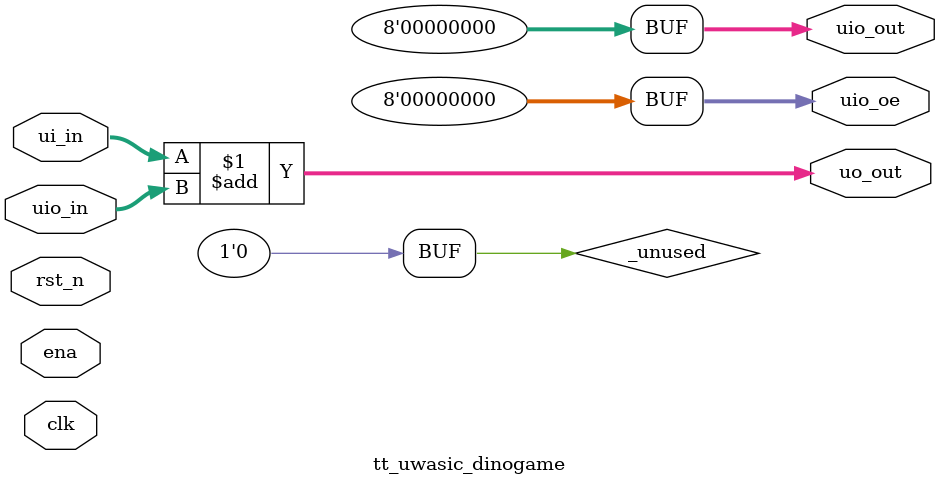
<source format=v>
/*
 * Copyright (c) 2024 Your Name
 * SPDX-License-Identifier: Apache-2.0
 */

`default_nettype none 
 
module tt_uwasic_dinogame (
    input  wire [7:0] ui_in,    // Dedicated inputs
    output wire [7:0] uo_out,   // Dedicated outputs
    input  wire [7:0] uio_in,   // IOs: Input path
    output wire [7:0] uio_out,  // IOs: Output path
    output wire [7:0] uio_oe,   // IOs: Enable path (active high: 0=input, 1=output)
    input  wire       ena,      // always 1 when the design is powered, so you can ignore it
    input  wire       clk,      // clock
    input  wire       rst_n     // reset_n - low to reset
);

  // All output pins must be assigned. If not used, assign to 0.
  assign uo_out  = ui_in + uio_in;  // Example: ou_out is the sum of ui_in and uio_in
  assign uio_out = 0;
  assign uio_oe  = 0;

  // List all unused inputs to prevent warnings
  wire _unused = &{ena, clk, rst_n, 1'b0};

endmodule

</source>
